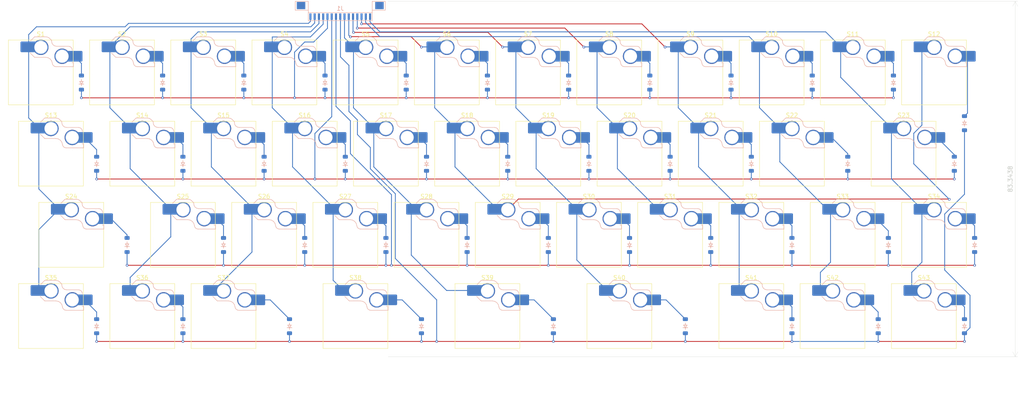
<source format=kicad_pcb>
(kicad_pcb (version 20241229) (generator "pcbnew") (generator_version "9.0")
  (layers (0 "F.Cu" signal) (2 "B.Cu" signal) (13 "F.Paste" user) (15 "B.Paste" user) (5 "F.SilkS" user "F.Silkscreen") (7 "B.SilkS" user "B.Silkscreen") (1 "F.Mask" user) (3 "B.Mask" user) (25 "Edge.Cuts" user))
  (net 0 "")
  (net 1 "Row 0")
  (net 2 "Net-(D1-A)")
  (net 3 "Net-(D2-A)")
  (net 4 "Net-(D3-A)")
  (net 5 "Net-(D4-A)")
  (net 6 "Net-(D5-A)")
  (net 7 "Net-(D6-A)")
  (net 8 "Net-(D7-A)")
  (net 9 "Net-(D8-A)")
  (net 10 "Net-(D9-A)")
  (net 11 "Net-(D10-A)")
  (net 12 "Net-(D11-A)")
  (net 13 "Net-(D12-A)")
  (net 14 "Row 3")
  (net 15 "Row 1")
  (net 16 "Net-(D13-A)")
  (net 17 "Net-(D14-A)")
  (net 18 "Net-(D15-A)")
  (net 19 "Net-(D16-A)")
  (net 20 "Net-(D17-A)")
  (net 21 "Net-(D18-A)")
  (net 22 "Net-(D19-A)")
  (net 23 "Net-(D20-A)")
  (net 24 "Net-(D21-A)")
  (net 25 "Net-(D22-A)")
  (net 26 "Net-(D23-A)")
  (net 27 "Net-(D24-A)")
  (net 28 "Row 2")
  (net 29 "Net-(D25-A)")
  (net 30 "Net-(D26-A)")
  (net 31 "Net-(D27-A)")
  (net 32 "Net-(D28-A)")
  (net 33 "Net-(D29-A)")
  (net 34 "Net-(D30-A)")
  (net 35 "Net-(D31-A)")
  (net 36 "Net-(D32-A)")
  (net 37 "Net-(D33-A)")
  (net 38 "Net-(D34-A)")
  (net 39 "Net-(D35-A)")
  (net 40 "Net-(D36-A)")
  (net 41 "Net-(D37-A)")
  (net 42 "Net-(D38-A)")
  (net 43 "Net-(D39-A)")
  (net 44 "Net-(D40-A)")
  (net 45 "Net-(D41-A)")
  (net 46 "Net-(D42-A)")
  (net 47 "Net-(D43-A)")
  (net 48 "Column 3")
  (net 49 "Column 0")
  (net 50 "Column 8")
  (net 51 "Column 4")
  (net 52 "Column 7")
  (net 53 "Column 10")
  (net 54 "Column 6")
  (net 55 "Column 5")
  (net 56 "Column 9")
  (net 57 "Column 2")
  (net 58 "Column 1")
  (footprint "Custom:MX Hotswap_Choc_V1_Plated_1.00u" (layer "F.Cu") (at 172.087729 108.560751)
    (property "Reference" "S30")
    (property "Value" "Keyswitch")
  )
  (footprint "Custom:MX Hotswap_Choc_V1_Plated_1.00u" (layer "F.Cu") (at 133.987729 108.560751)
    (property "Reference" "S28")
    (property "Value" "Keyswitch")
  )
  (footprint "Custom:MX Hotswap_Choc_V1_Plated_1.00u" (layer "F.Cu") (at 214.950229 70.460751)
    (property "Reference" "S10")
    (property "Value" "Keyswitch")
  )
  (footprint "Custom:MX Hotswap_Choc_V1_Plated_1.00u" (layer "F.Cu") (at 67.312729 89.510751)
    (property "Reference" "S14")
    (property "Value" "Keyswitch")
  )
  (footprint "Custom:MX Hotswap_Choc_V1_Plated_1.00u" (layer "F.Cu") (at 43.500229 70.460751)
    (property "Reference" "S1")
    (property "Value" "Keyswitch")
  )
  (footprint "Custom:MX Hotswap_Choc_V1_Plated_1.25u" (layer "F.Cu") (at 231.618979 108.560751)
    (property "Reference" "S33")
    (property "Value" "Keyswitch")
  )
  (footprint "Custom:MX Hotswap_Choc_V1_Plated_1.25u" (layer "F.Cu") (at 45.881479 89.510751)
    (property "Reference" "S13")
    (property "Value" "Keyswitch")
  )
  (footprint "Custom:MX Hotswap_Choc_V1_Plated_1.00u" (layer "F.Cu") (at 95.887729 108.560751)
    (property "Reference" "S26")
    (property "Value" "Keyswitch")
  )
  (footprint "Custom:MX Hotswap_Choc_V1_Plated_1.00u" (layer "F.Cu") (at 157.800229 70.460751)
    (property "Reference" "S7")
    (property "Value" "Keyswitch")
  )
  (footprint "Custom:MX Hotswap_Choc_V1_Plated_1.00u" (layer "F.Cu") (at 100.650229 70.460751)
    (property "Reference" "S4")
    (property "Value" "Keyswitch")
  )
  (footprint "Custom:MX Hotswap_Choc_V1_Plated_1.00u" (layer "F.Cu") (at 86.362729 127.610751)
    (property "Reference" "S37")
    (property "Value" "Keyswitch")
  )
  (footprint "Custom:MX Hotswap_Choc_V1_Plated_1.00u" (layer "F.Cu") (at 210.187729 108.560751)
    (property "Reference" "S32")
    (property "Value" "Keyswitch")
  )
  (footprint "Custom:MX Hotswap_Choc_V1_Plated_1.00u" (layer "F.Cu") (at 153.037729 108.560751)
    (property "Reference" "S29")
    (property "Value" "Keyswitch")
  )
  (footprint "Custom:MX Hotswap_Choc_V1_Plated_1.00u" (layer "F.Cu") (at 76.837729 108.560751)
    (property "Reference" "S25")
    (property "Value" "Keyswitch")
  )
  (footprint "Custom:MX Hotswap_Choc_V1_Plated_1.00u" (layer "F.Cu") (at 191.137729 108.560751)
    (property "Reference" "S31")
    (property "Value" "Keyswitch")
  )
  (footprint "Custom:MX Hotswap_Choc_V1_Plated_1.00u" (layer "F.Cu") (at 200.662729 89.510751)
    (property "Reference" "S21")
    (property "Value" "Keyswitch")
  )
  (footprint "Custom:MX Hotswap_Choc_V1_Plated_1.00u" (layer "F.Cu") (at 219.712729 89.510751)
    (property "Reference" "S22")
    (property "Value" "Keyswitch")
  )
  (footprint "Custom:MX Hotswap_Choc_V1_Plated_1.00u" (layer "F.Cu") (at 105.412729 89.510751)
    (property "Reference" "S16")
    (property "Value" "Keyswitch")
  )
  (footprint "Custom:MX Hotswap_Choc_V1_Plated_1.00u" (layer "F.Cu") (at 114.937729 108.560751)
    (property "Reference" "S27")
    (property "Value" "Keyswitch")
  )
  (footprint "Custom:MX Hotswap_Choc_V1_Plated_1.00u" (layer "F.Cu") (at 119.700229 70.460751)
    (property "Reference" "S5")
    (property "Value" "Keyswitch")
  )
  (footprint "Custom:MX Hotswap_Choc_V1_Plated_1.00u" (layer "F.Cu") (at 176.850229 70.460751)
    (property "Reference" "S8")
    (property "Value" "Keyswitch")
  )
  (footprint "Custom:MX Hotswap_Choc_V1_Plated_1.00u" (layer "F.Cu") (at 143.512729 89.510751)
    (property "Reference" "S18")
    (property "Value" "Keyswitch")
  )
  (footprint "Custom:MX Hotswap_Choc_V1_Plated_1.00u" (layer "F.Cu") (at 86.362729 89.510751)
    (property "Reference" "S15")
    (property "Value" "Keyswitch")
  )
  (footprint "Custom:MX Hotswap_Choc_V1_Plated_1.25u" (layer "F.Cu") (at 45.881479 127.610751)
    (property "Reference" "S35")
    (property "Value" "Keyswitch")
  )
  (footprint "Custom:MX Hotswap_Choc_V1_Plated_1.00u" (layer "F.Cu") (at 148.275229 127.610751)
    (property "Reference" "S39")
    (property "Value" "Keyswitch")
  )
  (footprint "Custom:MX Hotswap_Choc_V1_Plated_1.75u" (layer "F.Cu") (at 245.906479 89.510751)
    (property "Reference" "S23")
    (property "Value" "Keyswitch")
  )
  (footprint "Custom:MX Hotswap_Choc_V1_Plated_1.00u" (layer "F.Cu") (at 253.050229 70.460751)
    (property "Reference" "S12")
    (property "Value" "Keyswitch")
  )
  (footprint "Custom:MX Hotswap_Choc_V1_Plated_1.00u" (layer "F.Cu") (at 162.562729 89.510751)
    (property "Reference" "S19")
    (property "Value" "Keyswitch")
  )
  (footprint "Custom:MX Hotswap_Choc_V1_Plated_1.00u" (layer "F.Cu") (at 181.612729 89.510751)
    (property "Reference" "S20")
    (property "Value" "Keyswitch")
  )
  (footprint "Custom:MX Hotswap_Choc_V1_Plated_2.25u" (layer "F.Cu") (at 179.231479 127.610751)
    (property "Reference" "S40")
    (property "Value" "Keyswitch")
  )
  (footprint "Custom:MX Hotswap_Choc_V1_Plated_1.00u" (layer "F.Cu") (at 81.600229 70.460751)
    (property "Reference" "S3")
    (property "Value" "Keyswitch")
  )
  (footprint "Custom:MX Hotswap_Choc_V1_Plated_1.00u" (layer "F.Cu") (at 62.550229 70.460751)
    (property "Reference" "S2")
    (property "Value" "Keyswitch")
  )
  (footprint "Custom:MX Hotswap_Choc_V1_Plated_1.75u" (layer "F.Cu") (at 50.643979 108.560751)
    (property "Reference" "S24")
    (property "Value" "Keyswitch")
  )
  (footprint "Custom:MX Hotswap_Choc_V1_Plated_1.00u" (layer "F.Cu") (at 138.750229 70.460751)
    (property "Reference" "S6")
    (property "Value" "Keyswitch")
  )
  (footprint "Custom:MX Hotswap_Choc_V1_Plated_1.00u" (layer "F.Cu") (at 210.187729 127.610751)
    (property "Reference" "S41")
    (property "Value" "Keyswitch")
  )
  (footprint "Custom:MX Hotswap_Choc_V1_Plated_1.00u" (layer "F.Cu") (at 253.050229 108.560751)
    (property "Reference" "S34")
    (property "Value" "Keyswitch")
  )
  (footprint "Custom:MX Hotswap_Choc_V1_Plated_1.25u" (layer "F.Cu") (at 250.668979 127.610751)
    (property "Reference" "S43")
    (property "Value" "Keyswitch")
  )
  (footprint "Custom:MX Hotswap_Choc_V1_Plated_1.00u" (layer "F.Cu") (at 229.237729 127.610751)
    (property "Reference" "S42")
    (property "Value" "Keyswitch")
  )
  (footprint "Custom:MX Hotswap_Choc_V1_Plated_1.00u" (layer "F.Cu") (at 234.000229 70.460751)
    (property "Reference" "S11")
    (property "Value" "Keyswitch")
  )
  (footprint "Custom:MX Hotswap_Choc_V1_Plated_2.25u" (layer "F.Cu") (at 117.318979 127.610751)
    (property "Reference" "S38")
    (property "Value" "Keyswitch")
  )
  (footprint "Custom:MX Hotswap_Choc_V1_Plated_1.00u" (layer "F.Cu") (at 67.312729 127.610751)
    (property "Reference" "S36")
    (property "Value" "Keyswitch")
  )
  (footprint "Custom:MX Hotswap_Choc_V1_Plated_1.00u" (layer "F.Cu") (at 195.900229 70.460751)
    (property "Reference" "S9")
    (property "Value" "Keyswitch")
  )
  (footprint "Custom:MX Hotswap_Choc_V1_Plated_1.00u" (layer "F.Cu") (at 124.462729 89.510751)
    (property "Reference" "S17")
    (property "Value" "Keyswitch")
  )
  (footprint "ScottoKeebs_Components:Diode_SOD-123" (layer "B.Cu") (at 101.840854 129.992001 90)
    (property "Reference" "D37" (hide yes))
    (property "Value" "Diode")
  )
  (footprint "ScottoKeebs_Components:Diode_SOD-123" (layer "B.Cu") (at 114.937729 91.892001 90)
    (property "Reference" "D16" (hide yes))
    (property "Value" "Diode")
  )
  (footprint "ScottoKeebs_Components:Diode_SOD-123" (layer "B.Cu") (at 153.037729 91.892001 90)
    (property "Reference" "D18" (hide yes))
    (property "Value" "Diode")
  )
  (footprint "ScottoKeebs_Components:Diode_SOD-123" (layer "B.Cu") (at 167.325229 72.842001 90)
    (property "Reference" "D7" (hide yes))
    (property "Value" "Diode")
  )
  (footprint "ScottoKeebs_Components:Diode_SOD-123" (layer "B.Cu") (at 110.175229 72.842001 90)
    (property "Reference" "D4" (hide yes))
    (property "Value" "Diode")
  )
  (footprint "ScottoKeebs_Components:Diode_SOD-123" (layer "B.Cu") (at 56.597104 91.892001 90)
    (property "Reference" "D13" (hide yes))
    (property "Value" "Diode")
  )
  (footprint "ScottoKeebs_Components:Diode_SOD-123" (layer "B.Cu") (at 181.612729 110.942001 90)
    (property "Reference" "D30" (hide yes))
    (property "Value" "Diode")
  )
  (footprint "ScottoKeebs_Components:Diode_SOD-123" (layer "B.Cu") (at 191.137729 91.892001 90)
    (property "Reference" "D20" (hide yes))
    (property "Value" "Diode")
  )
  (footprint "ScottoKeebs_Components:Diode_SOD-123" (layer "B.Cu") (at 186.375229 72.842001 90)
    (property "Reference" "D8" (hide yes))
    (property "Value" "Diode")
  )
  (footprint "ScottoKeebs_Components:Diode_SOD-123" (layer "B.Cu") (at 224.475229 72.842001 90)
    (property "Reference" "D10" (hide yes))
    (property "Value" "Diode")
  )
  (footprint "ScottoKeebs_Components:Diode_SOD-123" (layer "B.Cu") (at 200.662729 110.942001 90)
    (property "Reference" "D31" (hide yes))
    (property "Value" "Diode")
  )
  (footprint "ScottoKeebs_Components:Diode_SOD-123" (layer "B.Cu") (at 172.087729 91.892001 90)
    (property "Reference" "D19" (hide yes))
    (property "Value" "Diode")
  )
  (footprint "ScottoKeebs_Components:Diode_SOD-123" (layer "B.Cu") (at 95.887729 91.892001 90)
    (property "Reference" "D15" (hide yes))
    (property "Value" "Diode")
  )
  (footprint "ScottoKeebs_Components:Diode_SOD-123" (layer "B.Cu") (at 257.812729 91.892001 90)
    (property "Reference" "D23" (hide yes))
    (property "Value" "Diode")
  )
  (footprint "ScottoKeebs_Components:Diode_SOD-123" (layer "B.Cu") (at 219.712729 129.992001 90)
    (property "Reference" "D41" (hide yes))
    (property "Value" "Diode")
  )
  (footprint "ScottoKeebs_Components:Diode_SOD-123" (layer "B.Cu") (at 56.597104 129.992001 90)
    (property "Reference" "D35" (hide yes))
    (property "Value" "Diode")
  )
  (footprint "Custom:FPC_15" (layer "B.Cu") (at 113.747104 57.363876)
    (property "Reference" "J1")
    (property "Value" "~")
  )
  (footprint "ScottoKeebs_Components:Diode_SOD-123" (layer "B.Cu") (at 129.225229 72.842001 90)
    (property "Reference" "D5" (hide yes))
    (property "Value" "Diode")
  )
  (footprint "ScottoKeebs_Components:Diode_SOD-123" (layer "B.Cu") (at 232.809604 91.892001 90)
    (property "Reference" "D22" (hide yes))
    (property "Value" "Diode")
  )
  (footprint "ScottoKeebs_Components:Diode_SOD-123" (layer "B.Cu") (at 105.412729 110.942001 90)
    (property "Reference" "D26" (hide yes))
    (property "Value" "Diode")
  )
  (footprint "ScottoKeebs_Components:Diode_SOD-123" (layer "B.Cu") (at 163.753354 129.992001 90)
    (property "Reference" "D39" (hide yes))
    (property "Value" "Diode")
  )
  (footprint "ScottoKeebs_Components:Diode_SOD-123" (layer "B.Cu") (at 162.562729 110.942001 90)
    (property "Reference" "D29" (hide yes))
    (property "Value" "Diode")
  )
  (footprint "ScottoKeebs_Components:Diode_SOD-123" (layer "B.Cu") (at 205.425229 72.842001 90)
    (property "Reference" "D9" (hide yes))
    (property "Value" "Diode")
  )
  (footprint "ScottoKeebs_Components:Diode_SOD-123" (layer "B.Cu") (at 63.740854 110.942001 90)
    (property "Reference" "D24" (hide yes))
    (property "Value" "Diode")
  )
  (footprint "ScottoKeebs_Components:Diode_SOD-123" (layer "B.Cu") (at 210.187729 91.892001 90)
    (property "Reference" "D21" (hide yes))
    (property "Value" "Diode")
  )
  (footprint "ScottoKeebs_Components:Diode_SOD-123" (layer "B.Cu") (at 219.712729 110.942001 90)
    (property "Reference" "D32" (hide yes))
    (property "Value" "Diode")
  )
  (footprint "ScottoKeebs_Components:Diode_SOD-123" (layer "B.Cu") (at 260.193979 129.992001 90)
    (property "Reference" "D43" (hide yes))
    (property "Value" "Diode")
  )
  (footprint "ScottoKeebs_Components:Diode_SOD-123" (layer "B.Cu") (at 148.275229 72.842001 90)
    (property "Reference" "D6" (hide yes))
    (property "Value" "Diode")
  )
  (footprint "ScottoKeebs_Components:Diode_SOD-123" (layer "B.Cu") (at 86.362729 110.942001 90)
    (property "Reference" "D25" (hide yes))
    (property "Value" "Diode")
  )
  (footprint "ScottoKeebs_Components:Diode_SOD-123" (layer "B.Cu") (at 262.575229 110.942001 90)
    (property "Reference" "D34" (hide yes))
    (property "Value" "Diode")
  )
  (footprint "ScottoKeebs_Components:Diode_SOD-123" (layer "B.Cu") (at 132.797104 129.992001 90)
    (property "Reference" "D38" (hide yes))
    (property "Value" "Diode")
  )
  (footprint "ScottoKeebs_Components:Diode_SOD-123" (layer "B.Cu") (at 124.462729 110.942001 90)
    (property "Reference" "D27" (hide yes))
    (property "Value" "Diode")
  )
  (footprint "ScottoKeebs_Components:Diode_SOD-123" (layer "B.Cu") (at 260.193979 82.367001 90)
    (property "Reference" "D12" (hide yes))
    (property "Value" "Diode")
  )
  (footprint "ScottoKeebs_Components:Diode_SOD-123" (layer "B.Cu") (at 243.525229 72.842001 90)
    (property "Reference" "D11" (hide yes))
    (property "Value" "Diode")
  )
  (footprint "ScottoKeebs_Components:Diode_SOD-123" (layer "B.Cu") (at 91.125229 72.842001 90)
    (property "Reference" "D3" (hide yes))
    (property "Value" "Diode")
  )
  (footprint "ScottoKeebs_Components:Diode_SOD-123" (layer "B.Cu") (at 133.987729 91.892001 90)
    (property "Reference" "D17" (hide yes))
    (property "Value" "Diode")
  )
  (footprint "ScottoKeebs_Components:Diode_SOD-123" (layer "B.Cu") (at 53.025229 72.842001 90)
    (property "Reference" "D1" (hide yes))
    (property "Value" "Diode")
  )
  (footprint "ScottoKeebs_Components:Diode_SOD-123" (layer "B.Cu") (at 143.512729 110.942001 90)
    (property "Reference" "D28" (hide yes))
    (property "Value" "Diode")
  )
  (footprint "ScottoKeebs_Components:Diode_SOD-123" (layer "B.Cu") (at 72.075229 72.842001 90)
    (property "Reference" "D2" (hide yes))
    (property "Value" "Diode")
  )
  (footprint "ScottoKeebs_Components:Diode_SOD-123" (layer "B.Cu") (at 239.953354 129.992001 90)
    (property "Reference" "D42" (hide yes))
    (property "Value" "Diode")
  )
  (footprint "ScottoKeebs_Components:Diode_SOD-123" (layer "B.Cu") (at 242.334604 110.942001 90)
    (property "Reference" "D33" (hide yes))
    (property "Value" "Diode")
  )
  (footprint "ScottoKeebs_Components:Diode_SOD-123" (layer "B.Cu") (at 76.837729 91.892001 90)
    (property "Reference" "D14" (hide yes))
    (property "Value" "Diode")
  )
  (footprint "ScottoKeebs_Components:Diode_SOD-123" (layer "B.Cu") (at 76.837729 129.992001 90)
    (property "Reference" "D36" (hide yes))
    (property "Value" "Diode")
  )
  (footprint "ScottoKeebs_Components:Diode_SOD-123" (layer "B.Cu") (at 194.709604 129.992001 90)
    (property "Reference" "D40" (hide yes))
    (property "Value" "Diode")
  )
  (dimension (type orthogonal) (layer "Edge.Cuts") (pts (xy 124.462729 53.792001) (xy 124.462729 137.135751)) (height 147.6375) (orientation 1) (format (prefix "") (suffix "") (units 3) (units_format 0) (precision 4) (suppress_zeroes yes)) (style (thickness 0.05) (arrow_length 1.27) (text_position_mode 0) (arrow_direction outward) (extension_height 0.58642) (extension_offset 0.5) (keep_text_aligned yes)) (gr_text "83.3438" (at 270.950229 95.463876 90) (layer "Edge.Cuts") (effects (font (size 1 1) (thickness 0.15)))))
  (segment (start 148.275229 76.413876) (end 129.225229 76.413876) (width 0.2) (layer "F.Cu") (net 1))
  (segment (start 53.025229 76.413876) (end 72.075229 76.413876) (width 0.2) (layer "F.Cu") (net 1))
  (segment (start 243.525229 76.413876) (end 224.475229 76.413876) (width 0.2) (layer "F.Cu") (net 1))
  (segment (start 110.175229 76.413876) (end 103.031479 76.413876) (width 0.2) (layer "F.Cu") (net 1))
  (segment (start 186.375229 76.413876) (end 167.325229 76.413876) (width 0.2) (layer "F.Cu") (net 1))
  (segment (start 91.125229 76.413876) (end 72.075229 76.413876) (width 0.2) (layer "F.Cu") (net 1))
  (segment (start 129.225229 76.413876) (end 110.175229 76.413876) (width 0.2) (layer "F.Cu") (net 1))
  (segment (start 103.031479 76.413876) (end 91.125229 76.413876) (width 0.2) (layer "F.Cu") (net 1))
  (segment (start 167.325229 76.413876) (end 148.275229 76.413876) (width 0.2) (layer "F.Cu") (net 1))
  (segment (start 224.475229 76.413876) (end 205.425229 76.413876) (width 0.2) (layer "F.Cu") (net 1))
  (segment (start 205.425229 76.413876) (end 186.375229 76.413876) (width 0.2) (layer "F.Cu") (net 1))
  (via (at 129.225229 76.413876) (size 0.6) (drill 0.3) (layers "F.Cu" "B.Cu") (net 1))
  (via (at 148.275229 76.413876) (size 0.6) (drill 0.3) (layers "F.Cu" "B.Cu") (net 1))
  (via (at 224.475229 76.413876) (size 0.6) (drill 0.3) (layers "F.Cu" "B.Cu") (net 1))
  (via (at 53.025229 76.413876) (size 0.6) (drill 0.3) (layers "F.Cu" "B.Cu") (net 1))
  (via (at 205.425229 76.413876) (size 0.6) (drill 0.3) (layers "F.Cu" "B.Cu") (net 1))
  (via (at 91.125229 76.413876) (size 0.6) (drill 0.3) (layers "F.Cu" "B.Cu") (net 1))
  (via (at 72.075229 76.413876) (size 0.6) (drill 0.3) (layers "F.Cu" "B.Cu") (net 1))
  (via (at 243.525229 76.413876) (size 0.6) (drill 0.3) (layers "F.Cu" "B.Cu") (net 1))
  (via (at 103.031479 76.413876) (size 0.6) (drill 0.3) (layers "F.Cu" "B.Cu") (net 1))
  (via (at 167.325229 76.413876) (size 0.6) (drill 0.3) (layers "F.Cu" "B.Cu") (net 1))
  (via (at 186.375229 76.413876) (size 0.6) (drill 0.3) (layers "F.Cu" "B.Cu") (net 1))
  (via (at 110.175229 76.413876) (size 0.6) (drill 0.3) (layers "F.Cu" "B.Cu") (net 1))
  (segment (start 148.275229 74.492001) (end 148.275229 76.413876) (width 0.2) (layer "B.Cu") (net 1))
  (segment (start 243.525229 74.492001) (end 243.525229 76.413876) (width 0.2) (layer "B.Cu") (net 1))
  (segment (start 53.025229 74.492001) (end 53.025229 76.413876) (width 0.2) (layer "B.Cu") (net 1))
  (segment (start 110.747104 60.098825) (end 107.528928 63.317001) (width 0.2) (layer "B.Cu") (net 1))
  (segment (start 105.412729 63.317001) (end 103.031479 65.698251) (width 0.2) (layer "B.Cu") (net 1))
  (segment (start 107.528928 63.317001) (end 105.412729 63.317001) (width 0.2) (layer "B.Cu") (net 1))
  (segment (start 91.125229 74.492001) (end 91.125229 76.413876) (width 0.2) (layer "B.Cu") (net 1))
  (segment (start 103.031479 65.698251) (end 103.031479 76.413876) (width 0.2) (layer "B.Cu") (net 1))
  (segment (start 205.425229 74.492001) (end 205.425229 76.413876) (width 0.2) (layer "B.Cu") (net 1))
  (segment (start 224.475229 74.492001) (end 224.475229 76.413876) (width 0.2) (layer "B.Cu") (net 1))
  (segment (start 167.325229 74.492001) (end 167.325229 76.413876) (width 0.2) (layer "B.Cu") (net 1))
  (segment (start 72.075229 76.413876) (end 72.075229 74.492001) (width 0.2) (layer "B.Cu") (net 1))
  (segment (start 129.225229 74.492001) (end 129.225229 76.413876) (width 0.2) (layer "B.Cu") (net 1))
  (segment (start 110.175229 74.492001) (end 110.175229 76.413876) (width 0.2) (layer "B.Cu") (net 1))
  (segment (start 186.375229 74.492001) (end 186.375229 76.413876) (width 0.2) (layer "B.Cu") (net 1))
  (segment (start 110.747104 57.363876) (end 110.747104 60.098825) (width 0.2) (layer "B.Cu") (net 1))
  (segment (start 51.350229 66.660751) (end 53.025229 68.335751) (width 0.2) (layer "B.Cu") (net 2))
  (segment (start 53.025229 68.335751) (end 53.025229 71.192001) (width 0.2) (layer "B.Cu") (net 2))
  (segment (start 72.075229 68.335751) (end 72.075229 71.192001) (width 0.2) (layer "B.Cu") (net 3))
  (segment (start 70.400229 66.660751) (end 72.075229 68.335751) (width 0.2) (layer "B.Cu") (net 3))
  (segment (start 89.450229 66.660751) (end 91.125229 68.335751) (width 0.2) (layer "B.Cu") (net 4))
  (segment (start 91.125229 68.335751) (end 91.125229 71.192001) (width 0.2) (layer "B.Cu") (net 4))
  (segment (start 110.175229 68.335751) (end 110.175229 71.192001) (width 0.2) (layer "B.Cu") (net 5))
  (segment (start 108.500229 66.660751) (end 110.175229 68.335751) (width 0.2) (layer "B.Cu") (net 5))
  (segment (start 129.225229 68.335751) (end 129.225229 71.192001) (width 0.2) (layer "B.Cu") (net 6))
  (segment (start 127.550229 66.660751) (end 129.225229 68.335751) (width 0.2) (layer "B.Cu") (net 6))
  (segment (start 148.275229 68.335751) (end 148.275229 71.192001) (width 0.2) (layer "B.Cu") (net 7))
  (segment (start 146.600229 66.660751) (end 148.275229 68.335751) (width 0.2) (layer "B.Cu") (net 7))
  (segment (start 167.325229 68.335751) (end 167.325229 71.192001) (width 0.2) (layer "B.Cu") (net 8))
  (segment (start 165.650229 66.660751) (end 167.325229 68.335751) (width 0.2) (layer "B.Cu") (net 8))
  (segment (start 184.700229 66.660751) (end 186.375229 68.335751) (width 0.2) (layer "B.Cu") (net 9))
  (segment (start 186.375229 68.335751) (end 186.375229 71.192001) (width 0.2) (layer "B.Cu") (net 9))
  (segment (start 203.750229 66.660751) (end 205.425229 68.335751) (width 0.2) (layer "B.Cu") (net 10))
  (segment (start 205.425229 68.335751) (end 205.425229 71.192001) (width 0.2) (layer "B.Cu") (net 10))
  (segment (start 222.800229 66.660751) (end 224.475229 68.335751) (width 0.2) (layer "B.Cu") (net 11))
  (segment (start 224.475229 68.335751) (end 224.475229 71.192001) (width 0.2) (layer "B.Cu") (net 11))
  (segment (start 243.525229 68.335751) (end 243.525229 71.192001) (width 0.2) (layer "B.Cu") (net 12))
  (segment (start 241.850229 66.660751) (end 243.525229 68.335751) (width 0.2) (layer "B.Cu") (net 12))
  (segment (start 260.900229 66.660751) (end 260.900229 80.010751) (width 0.2) (layer "B.Cu") (net 13))
  (segment (start 260.900229 80.010751) (end 260.193979 80.717001) (width 0.2) (layer "B.Cu") (net 13))
  (segment (start 56.597104 133.563876) (end 76.837729 133.563876) (width 0.2) (layer "F.Cu") (net 14))
  (segment (start 260.193979 133.563876) (end 239.953354 133.563876) (width 0.2) (layer "F.Cu") (net 14))
  (segment (start 219.712729 133.563876) (end 194.709604 133.563876) (width 0.2) (layer "F.Cu") (net 14))
  (segment (start 194.709604 133.563876) (end 163.753354 133.563876) (width 0.2) (layer "F.Cu") (net 14))
  (segment (start 163.753354 133.563876) (end 136.368979 133.563876) (width 0.2) (layer "F.Cu") (net 14))
  (segment (start 136.368979 133.563876) (end 132.797104 133.563876) (width 0.2) (layer "F.Cu") (net 14))
  (segment (start 101.840854 133.563876) (end 76.837729 133.563876) (width 0.2) (layer "F.Cu") (net 14))
  (segment (start 132.797104 133.563876) (end 101.840854 133.563876) (width 0.2) (layer "F.Cu") (net 14))
  (via (at 56.597104 133.563876) (size 0.6) (drill 0.3) (layers "F.Cu" "B.Cu") (net 14))
  (via (at 194.709604 133.563876) (size 0.6) (drill 0.3) (layers "F.Cu" "B.Cu") (net 14))
  (via (at 136.368979 133.563876) (size 0.6) (drill 0.3) (layers "F.Cu" "B.Cu") (net 14))
  (via (at 260.193979 133.563876) (size 0.6) (drill 0.3) (layers "F.Cu" "B.Cu") (net 14))
  (via (at 239.953354 133.563876) (size 0.6) (drill 0.3) (layers "F.Cu" "B.Cu") (net 14))
  (via (at 219.712729 133.563876) (size 0.6) (drill 0.3) (layers "F.Cu" "B.Cu") (net 14))
  (via (at 101.840854 133.563876) (size 0.6) (drill 0.3) (layers "F.Cu" "B.Cu") (net 14))
  (via (at 163.753354 133.563876) (size 0.6) (drill 0.3) (layers "F.Cu" "B.Cu") (net 14))
  (via (at 132.797104 133.563876) (size 0.6) (drill 0.3) (layers "F.Cu" "B.Cu") (net 14))
  (via (at 76.837729 133.563876) (size 0.6) (drill 0.3) (layers "F.Cu" "B.Cu") (net 14))
  (segment (start 56.597104 131.642001) (end 56.597104 133.563876) (width 0.2) (layer "B.Cu") (net 14))
  (segment (start 261.494979 130.341001) (end 260.193979 131.642001) (width 0.2) (layer "B.Cu") (net 14))
  (segment (start 126.675229 98.92484) (end 120.811729 93.06134) (width 0.2) (layer "B.Cu") (net 14))
  (segment (start 117.775229 85.035751) (end 117.775229 81.605751) (width 0.2) (layer "B.Cu") (net 14))
  (segment (start 260.193979 131.642001) (end 260.193979 133.563876) (width 0.2) (layer "B.Cu") (net 14))
  (segment (start 260.193979 99.035751) (end 255.549229 103.680501) (width 0.2) (layer "B.Cu") (net 14))
  (segment (start 115.781554 68.792076) (end 113.796104 66.806626) (width 0.2) (layer "B.Cu") (net 14))
  (segment (start 255.549229 103.680501) (end 255.549229 116.814157) (width 0.2) (layer "B.Cu") (net 14))
  (segment (start 117.775229 81.605751) (end 115.781554 79.612076) (width 0.2) (layer "B.Cu") (net 14))
  (segment (start 136.368979 133.563876) (end 136.368979 123.813873) (width 0.2) (layer "B.Cu") (net 14))
  (segment (start 219.712729 131.642001) (end 219.712729 133.563876) (width 0.2) (layer "B.Cu") (net 14))
  (segment (start 194.709604 131.642001) (end 194.709604 133.563876) (width 0.2) (layer "B.Cu") (net 14))
  (segment (start 126.675229 114.120123) (end 126.675229 98.92484) (width 0.2) (layer "B.Cu") (net 14))
  (segment (start 132.797104 131.642001) (end 132.797104 133.563876) (width 0.2) (layer "B.Cu") (net 14))
  (segment (start 101.840854 131.642001) (end 101.840854 133.563876) (width 0.2) (layer "B.Cu") (net 14))
  (segment (start 120.811729 88.072251) (end 117.775229 85.035751) (width 0.2) (layer "B.Cu") (net 14))
  (segment (start 120.811729 93.06134) (end 120.811729 88.072251) (width 0.2) (layer "B.Cu") (net 14))
  (segment (start 113.796104 66.806626) (end 113.796104 57.412876) (width 0.2) (layer "B.Cu") (net 14))
  (segment (start 115.781554 79.612076) (end 115.781554 68.792076) (width 0.2) (layer "B.Cu") (net 14))
  (segment (start 239.953354 133.563876) (end 219.712729 133.563876) (width 0.2) (layer "B.Cu") (net 14))
  (segment (start 136.368979 123.813873) (end 126.675229 114.120123) (width 0.2) (layer "B.Cu") (net 14))
  (segment (start 163.753354 131.642001) (end 163.753354 133.563876) (width 0.2) (layer "B.Cu") (net 14))
  (segment (start 255.549229 116.814157) (end 261.494979 122.759907) (width 0.2) (layer "B.Cu") (net 14))
  (segment (start 260.193979 84.017001) (end 260.193979 99.035751) (width 0.2) (layer "B.Cu") (net 14))
  (segment (start 239.953354 131.642001) (end 239.953354 133.563876) (width 0.2) (layer "B.Cu") (net 14))
  (segment (start 113.796104 57.412876) (end 113.747104 57.363876) (width 0.2) (layer "B.Cu") (net 14))
  (segment (start 76.837729 133.563876) (end 76.837729 131.642001) (width 0.2) (layer "B.Cu") (net 14))
  (segment (start 261.494979 122.759907) (end 261.494979 130.341001) (width 0.2) (layer "B.Cu") (net 14))
  (segment (start 95.887729 95.463876) (end 76.837729 95.463876) (width 0.2) (layer "F.Cu") (net 15))
  (segment (start 210.187729 95.463876) (end 191.137729 95.463876) (width 0.2) (layer "F.Cu") (net 15))
  (segment (start 257.812729 95.463876) (end 232.809604 95.463876) (width 0.2) (layer "F.Cu") (net 15))
  (segment (start 56.597104 95.463876) (end 76.837729 95.463876) (width 0.2) (layer "F.Cu") (net 15))
  (segment (start 107.793979 95.463876) (end 95.887729 95.463876) (width 0.2) (layer "F.Cu") (net 15))
  (segment (start 232.809604 95.463876) (end 210.187729 95.463876) (width 0.2) (layer "F.Cu") (net 15))
  (segment (start 114.937729 95.463876) (end 107.793979 95.463876) (width 0.2) (layer "F.Cu") (net 15))
  (segment (start 191.137729 95.463876) (end 172.087729 95.463876) (width 0.2) (layer "F.Cu") (net 15))
  (segment (start 133.987729 95.463876) (end 114.937729 95.463876) (width 0.2) (layer "F.Cu") (net 15))
  (segment (start 172.087729 95.463876) (end 153.037729 95.463876) (width 0.2) (layer "F.Cu") (net 15))
  (segment (start 153.037729 95.463876) (end 133.987729 95.463876) (width 0.2) (layer "F.Cu") (net 15))
  (via (at 95.887729 95.463876) (size 0.6) (drill 0.3) (layers "F.Cu" "B.Cu") (net 15))
  (via (at 133.987729 95.463876) (size 0.6) (drill 0.3) (layers "F.Cu" "B.Cu") (net 15))
  (via (at 232.809604 95.463876) (size 0.6) (drill 0.3) (layers "F.Cu" "B.Cu") (net 15))
  (via (at 191.137729 95.463876) (size 0.6) (drill 0.3) (layers "F.Cu" "B.Cu") (net 15))
  (via (at 172.087729 95.463876) (size 0.6) (drill 0.3) (layers "F.Cu" "B.Cu") (net 15))
  (via (at 153.037729 95.463876) (size 0.6) (drill 0.3) (layers "F.Cu" "B.Cu") (net 15))
  (via (at 56.597104 95.463876) (size 0.6) (drill 0.3) (layers "F.Cu" "B.Cu") (net 15))
  (via (at 114.937729 95.463876) (size 0.6) (drill 0.3) (layers "F.Cu" "B.Cu") (net 15))
  (via (at 76.837729 95.463876) (size 0.6) (drill 0.3) (layers "F.Cu" "B.Cu") (net 15))
  (via (at 257.812729 95.463876) (size 0.6) (drill 0.3) (layers "F.Cu" "B.Cu") (net 15))
  (via (at 210.187729 95.463876) (size 0.6) (drill 0.3) (layers "F.Cu" "B.Cu") (net 15))
  (via (at 107.793979 95.463876) (size 0.6) (drill 0.3) (layers "F.Cu" "B.Cu") (net 15))
  (segment (start 232.809604 93.542001) (end 232.809604 95.463876) (width 0.2) (layer "B.Cu") (net 15))
  (segment (start 114.937729 93.542001) (end 114.937729 95.463876) (width 0.2) (layer "B.Cu") (net 15))
  (segment (start 153.037729 93.542001) (end 153.037729 95.463876) (width 0.2) (layer "B.Cu") (net 15))
  (segment (start 111.747104 57.363876) (end 111.747104 80.839427) (width 0.2) (layer "B.Cu") (net 15))
  (segment (start 210.187729 93.542001) (end 210.187729 95.463876) (width 0.2) (layer "B.Cu") (net 15))
  (segment (start 257.812729 93.542001) (end 257.812729 95.463876) (width 0.2) (layer "B.Cu") (net 15))
  (segment (start 191.137729 93.542001) (end 191.137729 95.463876) (width 0.2) (layer "B.Cu") (net 15))
  (segment (start 133.987729 93.542001) (end 133.987729 95.463876) (width 0.2) (layer "B.Cu") (net 15))
  (segment (start 76.837729 95.463876) (end 76.837729 93.542001) (width 0.2) (layer "B.Cu") (net 15))
  (segment (start 95.887729 93.542001) (end 95.887729 95.463876) (width 0.2) (layer "B.Cu") (net 15))
  (segment (start 107.793979 84.792552) (end 107.793979 95.463876) (width 0.2) (layer "B.Cu") (net 15))
  (segment (start 172.087729 93.542001) (end 172.087729 95.463876) (width 0.2) (layer "B.Cu") (net 15))
  (segment (start 56.597104 93.542001) (end 56.597104 95.463876) (width 0.2) (layer "B.Cu") (net 15))
  (segment (start 111.747104 80.839427) (end 107.793979 84.792552) (width 0.2) (layer "B.Cu") (net 15))
  (segment (start 53.731479 85.710751) (end 56.597104 88.576376) (width 0.2) (layer "B.Cu") (net 16))
  (segment (start 56.597104 88.576376) (end 56.597104 90.242001) (width 0.2) (layer "B.Cu") (net 16))
  (segment (start 76.837729 87.385751) (end 76.837729 90.242001) (width 0.2) (layer "B.Cu") (net 17))
  (segment (start 75.162729 85.710751) (end 76.837729 87.385751) (width 0.2) (layer "B.Cu") (net 17))
  (segment (start 95.887729 87.385751) (end 95.887729 90.242001) (width 0.2) (layer "B.Cu") (net 18))
  (segment (start 94.212729 85.710751) (end 95.887729 87.385751) (width 0.2) (layer "B.Cu") (net 18))
  (segment (start 114.937729 87.385751) (end 114.937729 90.242001) (width 0.2) (layer "B.Cu") (net 19))
  (segment (start 113.262729 85.710751) (end 114.937729 87.385751) (width 0.2) (layer "B.Cu") (net 19))
  (segment (start 132.312729 85.710751) (end 133.987729 87.385751) (width 0.2) (layer "B.Cu") (net 20))
  (segment (start 133.987729 87.385751) (end 133.987729 90.242001) (width 0.2) (layer "B.Cu") (net 20))
  (segment (start 153.037729 87.385751) (end 153.037729 90.242001) (width 0.2) (layer "B.Cu") (net 21))
  (segment (start 151.362729 85.710751) (end 153.037729 87.385751) (width 0.2) (layer "B.Cu") (net 21))
  (segment (start 170.412729 85.710751) (end 172.087729 87.385751) (width 0.2) (layer "B.Cu") (net 22))
  (segment (start 172.087729 87.385751) (end 172.087729 90.242001) (width 0.2) (layer "B.Cu") (net 22))
  (segment (start 191.137729 87.385751) (end 191.137729 90.242001) (width 0.2) (layer "B.Cu") (net 23))
  (segment (start 189.462729 85.710751) (end 191.137729 87.385751) (width 0.2) (layer "B.Cu") (net 23))
  (segment (start 210.187729 87.385751) (end 210.187729 90.242001) (width 0.2) (layer "B.Cu") (net 24))
  (segment (start 208.512729 85.710751) (end 210.187729 87.385751) (width 0.2) (layer "B.Cu") (net 24))
  (segment (start 232.809604 89.510751) (end 232.809604 90.242001) (width 0.2) (layer "B.Cu") (net 25))
  (segment (start 229.009604 85.710751) (end 232.809604 89.510751) (width 0.2) (layer "B.Cu") (net 25))
  (segment (start 227.562729 85.710751) (end 229.009604 85.710751) (width 0.2) (layer "B.Cu") (net 25))
  (segment (start 257.812729 89.767001) (end 257.812729 90.242001) (width 0.2) (layer "B.Cu") (net 26))
  (segment (start 253.756479 85.710751) (end 257.812729 89.767001) (width 0.2) (layer "B.Cu") (net 26))
  (segment (start 58.493979 104.760751) (end 59.940854 104.760751) (width 0.2) (layer "B.Cu") (net 27))
  (segment (start 59.940854 104.760751) (end 63.740854 108.560751) (width 0.2) (layer "B.Cu") (net 27))
  (segment (start 63.740854 108.560751) (end 63.740854 109.292001) (width 0.2) (layer "B.Cu") (net 27))
  (segment (start 143.512729 115.704501) (end 125.755229 115.704501) (width 0.2) (layer "F.Cu") (net 28))
  (segment (start 162.562729 115.704501) (end 143.512729 115.704501) (width 0.2) (layer "F.Cu") (net 28))
  (segment (start 86.362729 115.704501) (end 63.740854 115.704501) (width 0.2) (layer "F.Cu") (net 28))
  (segment (start 200.662729 115.704501) (end 181.612729 115.704501) (width 0.2) (layer "F.Cu") (net 28))
  (segment (start 125.755229 115.704501) (end 124.462729 115.704501) (width 0.2) (layer "F.Cu") (net 28))
  (segment (start 242.334604 115.704501) (end 219.712729 115.704501) (width 0.2) (layer "F.Cu") (net 28))
  (segment (start 219.712729 115.704501) (end 200.662729 115.704501) (width 0.2) (layer "F.Cu") (net 28))
  (segment (start 105.412729 115.704501) (end 86.362729 115.704501) (width 0.2) (layer "F.Cu") (net 28))
  (segment (start 262.575229 115.704501) (end 242.334604 115.704501) (width 0.2) (layer "F.Cu") (net 28))
  (segment (start 181.612729 115.704501) (end 162.562729 115.704501) (width 0.2) (layer "F.Cu") (net 28))
  (segment (start 124.462729 115.704501) (end 105.412729 115.704501) (width 0.2) (layer "F.Cu") (net 28))
  (via (at 181.612729 115.704501) (size 0.6) (drill 0.3) (layers "F.Cu" "B.Cu") (net 28))
  (via (at 125.755229 115.704501) (size 0.6) (drill 0.3) (layers "F.Cu" "B.Cu") (net 28))
  (via (at 219.712729 115.704501) (size 0.6) (drill 0.3) (layers "F.Cu" "B.Cu") (net 28))
  (via (at 63.740854 115.704501) (size 0.6) (drill 0.3) (layers "F.Cu" "B.Cu") (net 28))
  (via (at 262.575229 115.704501) (size 0.6) (drill 0.3) (layers "F.Cu" "B.Cu") (net 28))
  (via (at 143.512729 115.704501) (size 0.6) (drill 0.3) (layers "F.Cu" "B.Cu") (net 28))
  (via (at 242.334604 115.704501) (size 0.6) (drill 0.3) (layers "F.Cu" "B.Cu") (net 28))
  (via (at 162.562729 115.704501) (size 0.6) (drill 0.3) (layers "F.Cu" "B.Cu") (net 28))
  (via (at 105.412729 115.704501) (size 0.6) (drill 0.3) (layers "F.Cu" "B.Cu") (net 28))
  (via (at 124.462729 115.704501) (size 0.6) (drill 0.3) (layers "F.Cu" "B.Cu") (net 28))
  (via (at 86.362729 115.704501) (size 0.6) (drill 0.3) (layers "F.Cu" "B.Cu") (net 28))
  (via (at 200.662729 115.704501) (size 0.6) (drill 0.3) (layers "F.Cu" "B.Cu") (net 28))
  (segment (start 125.755229 114.632751) (end 125.763729 114.624251) (width 0.2) (layer "B.Cu") (net 28))
  (segment (start 162.562729 112.592001) (end 162.562729 115.704501) (width 0.2) (layer "B.Cu") (net 28))
  (segment (start 86.362729 115.704501) (end 86.362729 112.592001) (width 0.2) (layer "B.Cu") (net 28))
  (segment (start 63.740854 112.592001) (end 63.740854 115.704501) (width 0.2) (layer "B.Cu") (net 28))
  (segment (start 125.763729 114.624251) (end 125.763729 99.146126) (width 0.2) (layer "B.Cu") (net 28))
  (segment (start 262.575229 112.592001) (end 262.575229 115.704501) (width 0.2) (layer "B.Cu") (net 28))
  (segment (start 125.763729 99.146126) (end 116.128354 89.510751) (width 0.2) (layer "B.Cu") (net 28))
  (segment (start 200.662729 112.592001) (end 200.662729 115.704501) (width 0.2) (layer "B.Cu") (net 28))
  (segment (start 219.712729 112.592001) (end 219.712729 115.704501) (width 0.2) (layer "B.Cu") (net 28))
  (segment (start 143.512729 112.592001) (end 143.512729 115.704501) (width 0.2) (layer "B.Cu") (net 28))
  (segment (start 242.334604 112.592001) (end 242.334604 115.704501) (width 0.2) (layer "B.Cu") (net 28))
  (segment (start 112.747104 78.430888) (end 112.747104 57.363876) (width 0.2) (layer "B.Cu") (net 28))
  (segment (start 125.755229 115.704501) (end 125.755229 114.632751) (width 0.2) (layer "B.Cu") (net 28))
  (segment (start 105.412729 112.592001) (end 105.412729 115.704501) (width 0.2) (layer "B.Cu") (net 28))
  (segment (start 116.128354 81.812138) (end 112.747104 78.430888) (width 0.2) (layer "B.Cu") (net 28))
  (segment (start 124.462729 112.592001) (end 124.462729 115.704501) (width 0.2) (layer "B.Cu") (net 28))
  (segment (start 181.612729 112.592001) (end 181.612729 115.704501) (width 0.2) (layer "B.Cu") (net 28))
  (segment (start 116.128354 89.510751) (end 116.128354 81.812138) (width 0.2) (layer "B.Cu") (net 28))
  (segment (start 86.362729 106.435751) (end 86.362729 109.292001) (width 0.2) (layer "B.Cu") (net 29))
  (segment (start 84.687729 104.760751) (end 86.362729 106.435751) (width 0.2) (layer "B.Cu") (net 29))
  (segment (start 105.412729 106.435751) (end 105.412729 109.292001) (width 0.2) (layer "B.Cu") (net 30))
  (segment (start 103.737729 104.760751) (end 105.412729 106.435751) (width 0.2) (layer "B.Cu") (net 30))
  (segment (start 122.787729 104.760751) (end 124.462729 106.435751) (width 0.2) (layer "B.Cu") (net 31))
  (segment (start 124.462729 106.435751) (end 124.462729 109.292001) (width 0.2) (layer "B.Cu") (net 31))
  (segment (start 141.837729 104.760751) (end 143.512729 106.435751) (width 0.2) (layer "B.Cu") (net 32))
  (segment (start 143.512729 106.435751) (end 143.512729 109.292001) (width 0.2) (layer "B.Cu") (net 32))
  (segment (start 162.562729 106.435751) (end 162.562729 109.292001) (width 0.2) (layer "B.Cu") (net 33))
  (segment (start 160.887729 104.760751) (end 162.562729 106.435751) (width 0.2) (layer "B.Cu") (net 33))
  (segment (start 179.937729 104.760751) (end 181.612729 106.435751) (width 0.2) (layer "B.Cu") (net 34))
  (segment (start 181.612729 106.435751) (end 181.612729 109.292001) (width 0.2) (layer "B.Cu") (net 34))
  (segment (start 200.662729 106.435751) (end 200.662729 109.292001) (width 0.2) (layer "B.Cu") (net 35))
  (segment (start 198.987729 104.760751) (end 200.662729 106.435751) (width 0.2) (layer "B.Cu") (net 35))
  (segment (start 218.037729 104.760751) (end 219.712729 106.435751) (width 0.2) (layer "B.Cu") (net 36))
  (segment (start 219.712729 106.435751) (end 219.712729 109.292001) (width 0.2) (layer "B.Cu") (net 36))
  (segment (start 242.334604 107.626376) (end 242.334604 109.292001) (width 0.2) (layer "B.Cu") (net 37))
  (segment (start 239.468979 104.760751) (end 242.334604 107.626376) (width 0.2) (layer "B.Cu") (net 37))
  (segment (start 260.900229 104.760751) (end 262.575229 106.435751) (width 0.2) (layer "B.Cu") (net 38))
  (segment (start 262.575229 106.435751) (end 262.575229 109.292001) (width 0.2) (layer "B.Cu") (net 38))
  (segment (start 53.731479 123.810751) (end 56.597104 126.676376) (width 0.2) (layer "B.Cu") (net 39))
  (segment (start 56.597104 126.676376) (end 56.597104 128.342001) (width 0.2) (layer "B.Cu") (net 39))
  (segment (start 76.837729 125.485751) (end 76.837729 128.342001) (width 0.2) (layer "B.Cu") (net 40))
  (segment (start 75.162729 123.810751) (end 76.837729 125.485751) (width 0.2) (layer "B.Cu") (net 40))
  (segment (start 94.212729 123.810751) (end 97.309604 123.810751) (width 0.2) (layer "B.Cu") (net 41))
  (segment (start 97.309604 123.810751) (end 101.840854 128.342001) (width 0.2) (layer "B.Cu") (net 41))
  (segment (start 125.168979 123.810751) (end 128.265854 123.810751) (width 0.2) (layer "B.Cu") (net 42))
  (segment (start 128.265854 123.810751) (end 132.797104 128.342001) (width 0.2) (layer "B.Cu") (net 42))
  (segment (start 159.222104 123.810751) (end 163.753354 128.342001) (width 0.2) (layer "B.Cu") (net 43))
  (segment (start 156.125229 123.810751) (end 159.222104 123.810751) (width 0.2) (layer "B.Cu") (net 43))
  (segment (start 190.178354 123.810751) (end 194.709604 128.342001) (width 0.2) (layer "B.Cu") (net 44))
  (segment (start 187.081479 123.810751) (end 190.178354 123.810751) (width 0.2) (layer "B.Cu") (net 44))
  (segment (start 218.037729 123.810751) (end 219.712729 125.485751) (width 0.2) (layer "B.Cu") (net 45))
  (segment (start 219.712729 125.485751) (end 219.712729 128.342001) (width 0.2) (layer "B.Cu") (net 45))
  (segment (start 239.953354 126.676376) (end 239.953354 128.342001) (width 0.2) (layer "B.Cu") (net 46))
  (segment (start 237.087729 123.810751) (end 239.953354 126.676376) (width 0.2) (layer "B.Cu") (net 46))
  (segment (start 258.518979 123.810751) (end 260.193979 125.485751) (width 0.2) (layer "B.Cu") (net 47))
  (segment (start 260.193979 125.485751) (end 260.193979 128.342001) (width 0.2) (layer "B.Cu") (net 47))
  (segment (start 109.747104 59.127321) (end 106.748049 62.126376) (width 0.2) (layer "B.Cu") (net 48))
  (segment (start 112.087729 119.229501) (end 114.468979 121.610751) (width 0.2) (layer "B.Cu") (net 48))
  (segment (start 112.087729 102.138876) (end 112.087729 102.560751) (width 0.2) (layer "B.Cu") (net 48))
  (segment (start 109.747104 57.363876) (end 109.747104 59.127321) (width 0.2) (layer "B.Cu") (net 48))
  (segment (start 102.562729 92.613876) (end 112.087729 102.138876) (width 0.2) (layer "B.Cu") (net 48))
  (segment (start 97.805229 62.126376) (end 97.805229 64.455751) (width 0.2) (layer "B.Cu") (net 48))
  (segment (start 112.087729 102.560751) (end 112.087729 119.229501) (width 0.2) (layer "B.Cu") (net 48))
  (segment (start 106.748049 62.126376) (end 97.805229 62.126376) (width 0.2) (layer "B.Cu") (net 48))
  (segment (start 97.800229 64.460751) (end 97.800229 78.748251) (width 0.2) (layer "B.Cu") (net 48))
  (segment (start 97.805229 64.455751) (end 97.800229 64.460751) (width 0.2) (layer "B.Cu") (net 48))
  (segment (start 97.800229 78.748251) (end 102.562729 83.510751) (width 0.2) (layer "B.Cu") (net 48))
  (segment (start 102.562729 83.510751) (end 102.562729 92.613876) (width 0.2) (layer "B.Cu") (net 48))
  (segment (start 63.283068 59.745126) (end 42.495167 59.745126) (width 0.2) (layer "B.Cu") (net 49))
  (segment (start 43.031479 107.323251) (end 43.031479 121.610751) (width 0.2) (layer "B.Cu") (net 49))
  (segment (start 40.650229 61.590064) (end 40.650229 64.460751) (width 0.2) (layer "B.Cu") (net 49))
  (segment (start 40.650229 81.129501) (end 43.031479 83.510751) (width 0.2) (layer "B.Cu") (net 49))
  (segment (start 43.031479 97.798251) (end 47.793979 102.560751) (width 0.2) (layer "B.Cu") (net 49))
  (segment (start 43.031479 83.510751) (end 43.031479 97.798251) (width 0.2) (layer "B.Cu") (net 49))
  (segment (start 40.650229 64.460751) (end 40.650229 81.129501) (width 0.2) (layer "B.Cu") (net 49))
  (segment (start 106.747104 58.482626) (end 106.285604 58.944126) (width 0.2) (layer "B.Cu") (net 49))
  (segment (start 106.747104 57.363876) (end 106.747104 58.482626) (width 0.2) (layer "B.Cu") (net 49))
  (segment (start 47.793979 102.560751) (end 43.031479 107.323251) (width 0.2) (layer "B.Cu") (net 49))
  (segment (start 64.084068 58.944126) (end 63.283068 59.745126) (width 0.2) (layer "B.Cu") (net 49))
  (segment (start 106.285604 58.944126) (end 64.084068 58.944126) (width 0.2) (layer "B.Cu") (net 49))
  (segment (start 42.495167 59.745126) (end 40.650229 61.590064) (width 0.2) (layer "B.Cu") (net 49))
  (segment (start 184.499229 59.059751) (end 189.947104 64.507626) (width 0.2) (layer "F.Cu") (net 50))
  (segment (start 118.747104 59.059751) (end 184.499229 59.059751) (width 0.2) (layer "F.Cu") (net 50))
  (via (at 189.947104 64.507626) (size 0.6) (drill 0.3) (layers "F.Cu" "B.Cu") (net 50))
  (via (at 118.747104 59.059751) (size 0.6) (drill 0.3) (layers "F.Cu" "B.Cu") (net 50))
  (segment (start 118.747104 57.363876) (end 118.747104 59.059751) (width 0.2) (layer "B.Cu") (net 50))
  (segment (start 193.050229 78.748251) (end 197.812729 83.510751) (width 0.2) (layer "B.Cu") (net 50))
  (segment (start 207.337729 102.560751) (end 207.337729 121.610751) (width 0.2) (layer "B.Cu") (net 50))
  (segment (start 197.812729 92.613876) (end 207.337729 102.138876) (width 0.2) (layer "B.Cu") (net 50))
  (segment (start 189.947104 64.507626) (end 189.993979 64.460751) (width 0.2) (layer "B.Cu") (net 50))
  (segment (start 197.812729 83.510751) (end 197.812729 92.613876) (width 0.2) (layer "B.Cu") (net 50))
  (segment (start 193.050229 64.460751) (end 193.050229 78.748251) (width 0.2) (layer "B.Cu") (net 50))
  (segment (start 207.337729 102.138876) (end 207.337729 102.560751) (width 0.2) (layer "B.Cu") (net 50))
  (segment (start 189.993979 64.460751) (end 193.050229 64.460751) (width 0.2) (layer "B.Cu") (net 50))
  (segment (start 131.137729 102.560751) (end 130.415854 103.282626) (width 0.2) (layer "B.Cu") (net 51))
  (segment (start 130.415854 113.323251) (end 138.703354 121.610751) (width 0.2) (layer "B.Cu") (net 51))
  (segment (start 138.703354 121.610751) (end 145.425229 121.610751) (width 0.2) (layer "B.Cu") (net 51))
  (segment (start 131.137729 102.138876) (end 131.137729 102.560751) (width 0.2) (layer "B.Cu") (net 51))
  (segment (start 114.747104 62.357626) (end 116.850229 64.460751) (width 0.2) (layer "B.Cu") (net 51))
  (segment (start 114.747104 57.363876) (end 114.747104 62.357626) (width 0.2) (layer "B.Cu") (net 51))
  (segment (start 121.612729 92.613876) (end 131.137729 102.138876) (width 0.2) (layer "B.Cu") (net 51))
  (segment (start 116.850229 78.748251) (end 121.612729 83.510751) (width 0.2) (layer "B.Cu") (net 51))
  (segment (start 116.850229 64.460751) (end 116.850229 78.748251) (width 0.2) (layer "B.Cu") (net 51))
  (segment (start 130.415854 103.282626) (end 130.415854 113.323251) (width 0.2) (layer "B.Cu") (net 51))
  (segment (start 121.612729 83.510751) (end 121.612729 92.613876) (width 0.2) (layer "B.Cu") (net 51))
  (segment (start 166.449229 60.059751) (end 170.897104 64.507626) (width 0.2) (layer "F.Cu") (net 52))
  (segment (start 117.747104 60.059751) (end 166.449229 60.059751) (width 0.2) (layer "F.Cu") (net 52))
  (via (at 117.747104 60.059751) (size 0.6) (drill 0.3) (layers "F.Cu" "B.Cu") (net 52))
  (via (at 170.897104 64.507626) (size 0.6) (drill 0.3) (layers "F.Cu" "B.Cu") (net 52))
  (segment (start 170.897104 64.507626) (end 170.943979 64.460751) (width 0.2) (layer "B.Cu") (net 52))
  (segment (start 178.762729 93.035751) (end 188.287729 102.560751) (width 0.2) (layer "B.Cu") (net 52))
  (segment (start 170.943979 64.460751) (end 174.000229 64.460751) (width 0.2) (layer "B.Cu") (net 52))
  (segment (start 117.747104 57.363876) (end 117.747104 60.059751) (width 0.2) (layer "B.Cu") (net 52))
  (segment (start 178.762729 83.510751) (end 178.762729 93.035751) (width 0.2) (layer "B.Cu") (net 52))
  (segment (start 174.000229 64.460751) (end 174.000229 78.748251) (width 0.2) (layer "B.Cu") (net 52))
  (segment (start 174.000229 78.748251) (end 178.762729 83.510751) (width 0.2) (layer "B.Cu") (net 52))
  (segment (start 123.049765 60.935751) (end 227.625229 60.935751) (width 0.2) (layer "B.Cu") (net 53))
  (segment (start 231.150229 71.604501) (end 243.056479 83.510751) (width 0.2) (layer "B.Cu") (net 53))
  (segment (start 231.150229 64.460751) (end 231.150229 71.604501) (width 0.2) (layer "B.Cu") (net 53))
  (segment (start 227.625229 60.935751) (end 231.150229 64.460751) (width 0.2) (layer "B.Cu") (net 53))
  (segment (start 250.200229 114.982626) (end 247.818979 117.363876) (width 0.2) (layer "B.Cu") (net 53))
  (segment (start 120.747104 57.363876) (end 120.747104 58.63309) (width 0.2) (layer "B.Cu") (net 53))
  (segment (start 243.056479 95.417001) (end 250.200229 102.560751) (width 0.2) (layer "B.Cu") (net 53))
  (segment (start 247.818979 117.363876) (end 247.818979 121.610751) (width 0.2) (layer "B.Cu") (net 53))
  (segment (start 243.056479 83.510751) (end 243.056479 95.417001) (width 0.2) (layer "B.Cu") (net 53))
  (segment (start 250.200229 102.560751) (end 250.200229 114.982626) (width 0.2) (layer "B.Cu") (net 53))
  (segment (start 120.747104 58.63309) (end 123.049765 60.935751) (width 0.2) (layer "B.Cu") (net 53))
  (segment (start 148.399229 61.059751) (end 151.847104 64.507626) (width 0.2) (layer "F.Cu") (net 54))
  (segment (start 116.870818 61.059751) (end 148.399229 61.059751) (width 0.2) (layer "F.Cu") (net 54))
  (via (at 116.870818 61.059751) (size 0.6) (drill 0.3) (layers "F.Cu" "B.Cu") (net 54))
  (via (at 151.847104 64.507626) (size 0.6) (drill 0.3) (layers "F.Cu" "B.Cu") (net 54))
  (segment (start 151.847104 64.507626) (end 151.893979 64.460751) (width 0.2) (layer "B.Cu") (net 54))
  (segment (start 116.747104 60.936037) (end 116.870818 61.059751) (width 0.2) (layer "B.Cu") (net 54))
  (segment (start 154.950229 64.460751) (end 154.950229 78.748251) (width 0.2) (layer "B.Cu") (net 54))
  (segment (start 154.950229 78.748251) (end 159.712729 83.510751) (width 0.2) (layer "B.Cu") (net 54))
  (segment (start 169.237729 114.467001) (end 176.381479 121.610751) (width 0.2) (layer "B.Cu") (net 54))
  (segment (start 159.712729 93.035751) (end 169.237729 102.560751) (width 0.2) (layer "B.Cu") (net 54))
  (segment (start 169.237729 102.560751) (end 169.237729 114.467001) (width 0.2) (layer "B.Cu") (net 54))
  (segment (start 151.893979 64.460751) (end 154.950229 64.460751) (width 0.2) (layer "B.Cu") (net 54))
  (segment (start 116.747104 57.363876) (end 116.747104 60.936037) (width 0.2) (layer "B.Cu") (net 54))
  (segment (start 162.462729 83.510751) (end 162.562729 83.610751) (width 0.2) (layer "B.Cu") (net 54))
  (segment (start 159.712729 83.510751) (end 159.712729 93.035751) (width 0.2) (layer "B.Cu") (net 54))
  (segment (start 159.712729 83.510751) (end 162.462729 83.510751) (width 0.2) (layer "B.Cu") (net 54))
  (segment (start 130.349229 62.059751) (end 132.797104 64.507626) (width 0.2) (layer "F.Cu") (net 55))
  (segment (start 116.128354 62.126376) (end 116.194979 62.059751) (width 0.2) (layer "F.Cu") (net 55))
  (segment (start 155.538729 100.159751) (end 153.037729 102.660751) (width 0.2) (layer "F.Cu") (net 55))
  (segment (start 256.622104 100.226376) (end 256.555479 100.159751) (width 0.2) (layer "F.Cu") (net 55))
  (segment (start 256.555479 100.159751) (end 155.538729 100.159751) (width 0.2) (layer "F.Cu") (net 55))
  (segment (start 116.194979 62.059751) (end 130.349229 62.059751) (width 0.2) (layer "F.Cu") (net 55))
  (via (at 132.797104 64.507626) (size 0.6) (drill 0.3) (layers "F.Cu" "B.Cu") (net 55))
  (via (at 116.128354 62.126376) (size 0.6) (drill 0.3) (layers "F.Cu" "B.Cu") (net 55))
  (via (at 256.622104 100.226376) (size 0.6) (drill 0.3) (layers "F.Cu" "B.Cu") (net 55))
  (segment (start 140.662729 92.613876) (end 150.187729 102.138876) (width 0.2) (layer "B.Cu") (net 55))
  (segment (start 115.747104 61.745126) (end 116.128354 62.126376) (width 0.2) (layer "B.Cu") (net 55))
  (segment (start 250.200229 82.835751) (end 248.287729 84.748251) (width 0.2) (layer "B.Cu") (net 55))
  (segment (start 132.843979 64.460751) (end 135.900229 64.460751) (width 0.2) (layer "B.Cu") (net 55))
  (segment (start 150.187729 102.138876) (end 150.187729 102.560751) (width 0.2) (layer "B.Cu") (net 55))
  (segment (start 250.200229 64.460751) (end 250.200229 82.835751) (width 0.2) (layer "B.Cu") (net 55))
  (segment (start 115.747104 57.363876) (end 115.747104 61.745126) (width 0.2) (layer "B.Cu") (net 55))
  (segment (start 132.797104 64.507626) (end 132.843979 64.460751) (width 0.2) (layer "B.Cu") (net 55))
  (segment (start 135.900229 78.748251) (end 140.662729 83.510751) (width 0.2) (layer "B.Cu") (net 55))
  (segment (start 248.287729 84.748251) (end 248.287729 91.892001) (width 0.2) (layer "B.Cu") (net 55))
  (segment (start 135.900229 64.460751) (end 135.900229 78.748251) (width 0.2) (layer "B.Cu") (net 55))
  (segment (start 140.662729 83.510751) (end 140.662729 92.613876) (width 0.2) (layer "B.Cu") (net 55))
  (segment (start 248.287729 91.892001) (end 256.622104 100.226376) (width 0.2) (layer "B.Cu") (net 55))
  (segment (start 209.699229 62.059751) (end 212.100229 64.460751) (width 0.2) (layer "B.Cu") (net 56))
  (segment (start 119.747104 57.363876) (end 119.700229 57.363876) (width 0.2) (layer "B.Cu") (net 56))
  (segment (start 123.040979 62.059751) (end 209.699229 62.059751) (width 0.2) (layer "B.Cu") (net 56))
  (segment (start 226.387729 117.363876) (end 226.387729 121.610751) (width 0.2) (layer "B.Cu") (net 56))
  (segment (start 228.768979 102.560751) (end 228.768979 114.982626) (width 0.2) (layer "B.Cu") (net 56))
  (segment (start 212.100229 64.460751) (end 212.100229 78.748251) (width 0.2) (layer "B.Cu") (net 56))
  (segment (start 228.768979 114.982626) (end 226.387729 117.363876) (width 0.2) (layer "B.Cu") (net 56))
  (segment (start 216.862729 91.423251) (end 228.000229 102.560751) (width 0.2) (layer "B.Cu") (net 56))
  (segment (start 228.000229 102.560751) (end 228.768979 102.560751) (width 0.2) (layer "B.Cu") (net 56))
  (segment (start 212.100229 78.748251) (end 216.862729 83.510751) (width 0.2) (layer "B.Cu") (net 56))
  (segment (start 216.862729 83.510751) (end 216.862729 91.423251) (width 0.2) (layer "B.Cu") (net 56))
  (segment (start 119.700229 57.363876) (end 119.700229 58.719001) (width 0.2) (layer "B.Cu") (net 56))
  (segment (start 119.700229 58.719001) (end 123.040979 62.059751) (width 0.2) (layer "B.Cu") (net 56))
  (segment (start 83.512729 92.613876) (end 93.037729 102.138876) (width 0.2) (layer "B.Cu") (net 57))
  (segment (start 78.750229 78.748251) (end 83.512729 83.510751) (width 0.2) (layer "B.Cu") (net 57))
  (segment (start 78.750229 64.460751) (end 78.750229 78.748251) (width 0.2) (layer "B.Cu") (net 57))
  (segment (start 93.037729 112.601377) (end 84.028355 121.610751) (width 0.2) (layer "B.Cu") (net 57))
  (segment (start 80.409604 60.935751) (end 78.750229 62.595126) (width 0.2) (layer "B.Cu") (net 57))
  (segment (start 78.750229 62.595126) (end 78.750229 64.460751) (width 0.2) (layer "B.Cu") (net 57))
  (segment (start 84.028355 121.610751) (end 83.512729 121.610751) (width 0.2) (layer "B.Cu") (net 57))
  (segment (start 93.037729 102.138876) (end 93.037729 102.560751) (width 0.2) (layer "B.Cu") (net 57))
  (segment (start 108.747104 58.994536) (end 106.805889 60.935751) (width 0.2) (layer "B.Cu") (net 57))
  (segment (start 83.512729 83.510751) (end 83.512729 92.613876) (width 0.2) (layer "B.Cu") (net 57))
  (segment (start 93.037729 102.560751) (end 93.037729 112.601377) (width 0.2) (layer "B.Cu") (net 57))
  (segment (start 106.805889 60.935751) (end 80.409604 60.935751) (width 0.2) (layer "B.Cu") (net 57))
  (segment (start 108.747104 57.363876) (end 108.747104 58.994536) (width 0.2) (layer "B.Cu") (net 57))
  (segment (start 107.747104 57.363876) (end 107.747104 58.861751) (width 0.2) (layer "B.Cu") (net 58))
  (segment (start 107.698104 57.412876) (end 107.747104 57.363876) (width 0.2) (layer "B.Cu") (net 58))
  (segment (start 59.700229 64.460751) (end 59.700229 78.748251) (width 0.2) (layer "B.Cu") (net 58))
  (segment (start 64.462729 83.510751) (end 64.462729 93.035751) (width 0.2) (layer "B.Cu") (net 58))
  (segment (start 107.747104 58.861751) (end 106.863729 59.745126) (width 0.2) (layer "B.Cu") (net 58))
  (segment (start 64.462729 118.554501) (end 64.462729 121.610751) (width 0.2) (layer "B.Cu") (net 58))
  (segment (start 106.863729 59.745126) (end 64.415854 59.745126) (width 0.2) (layer "B.Cu") (net 58))
  (segment (start 73.987729 102.560751) (end 73.987729 109.029501) (width 0.2) (layer "B.Cu") (net 58))
  (segment (start 73.987729 109.029501) (end 64.462729 118.554501) (width 0.2) (layer "B.Cu") (net 58))
  (segment (start 64.462729 93.035751) (end 73.987729 102.560751) (width 0.2) (layer "B.Cu") (net 58))
  (segment (start 64.415854 59.745126) (end 59.700229 64.460751) (width 0.2) (layer "B.Cu") (net 58))
  (segment (start 59.700229 78.748251) (end 64.462729 83.510751) (width 0.2) (layer "B.Cu") (net 58))
)
</source>
